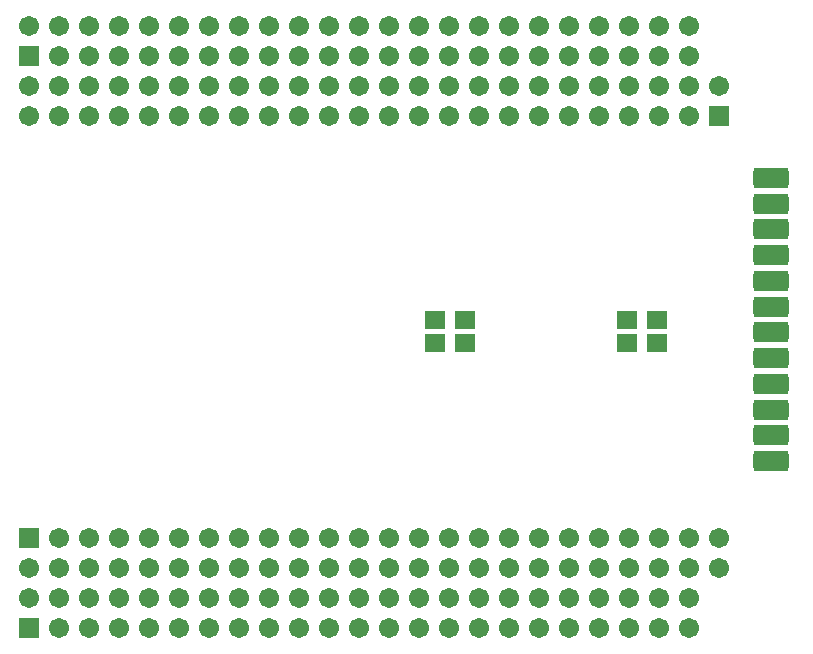
<source format=gbs>
G04*
G04 #@! TF.GenerationSoftware,Altium Limited,Altium Designer,19.1.8 (144)*
G04*
G04 Layer_Color=16711935*
%FSLAX44Y44*%
%MOMM*%
G71*
G01*
G75*
%ADD20R,1.7272X1.5240*%
%ADD24R,1.7032X1.7032*%
%ADD25C,1.7032*%
%ADD35R,2.9337X1.6637*%
G04:AMPARAMS|DCode=36|XSize=0.9652mm|YSize=1.7272mm|CornerRadius=0.2921mm|HoleSize=0mm|Usage=FLASHONLY|Rotation=180.000|XOffset=0mm|YOffset=0mm|HoleType=Round|Shape=RoundedRectangle|*
%AMROUNDEDRECTD36*
21,1,0.9652,1.1430,0,0,180.0*
21,1,0.3810,1.7272,0,0,180.0*
1,1,0.5842,-0.1905,0.5715*
1,1,0.5842,0.1905,0.5715*
1,1,0.5842,0.1905,-0.5715*
1,1,0.5842,-0.1905,-0.5715*
%
%ADD36ROUNDEDRECTD36*%
D20*
X211243Y-3150D02*
D03*
Y16002D02*
D03*
X236220Y-3150D02*
D03*
Y16002D02*
D03*
X48514D02*
D03*
Y-3150D02*
D03*
X73491Y16002D02*
D03*
Y-3150D02*
D03*
D24*
X-295000Y-168800D02*
D03*
X289200Y189200D02*
D03*
X-295000Y240000D02*
D03*
Y-245000D02*
D03*
D25*
Y-194200D02*
D03*
X-269600Y-168800D02*
D03*
Y-194200D02*
D03*
X-244200Y-168800D02*
D03*
Y-194200D02*
D03*
X-218800Y-168800D02*
D03*
Y-194200D02*
D03*
X-193400Y-168800D02*
D03*
Y-194200D02*
D03*
X-168000Y-168800D02*
D03*
Y-194200D02*
D03*
X-142600Y-168800D02*
D03*
Y-194200D02*
D03*
X-117200Y-168800D02*
D03*
Y-194200D02*
D03*
X-91800Y-168800D02*
D03*
Y-194200D02*
D03*
X-66400Y-168800D02*
D03*
Y-194200D02*
D03*
X-41000Y-168800D02*
D03*
Y-194200D02*
D03*
X-15600Y-168800D02*
D03*
Y-194200D02*
D03*
X9800Y-168800D02*
D03*
Y-194200D02*
D03*
X35200Y-168800D02*
D03*
Y-194200D02*
D03*
X60600Y-168800D02*
D03*
Y-194200D02*
D03*
X86000Y-168800D02*
D03*
Y-194200D02*
D03*
X111400Y-168800D02*
D03*
Y-194200D02*
D03*
X136800Y-168800D02*
D03*
Y-194200D02*
D03*
X162200Y-168800D02*
D03*
Y-194200D02*
D03*
X187600Y-168800D02*
D03*
Y-194200D02*
D03*
X213000Y-168800D02*
D03*
Y-194200D02*
D03*
X238400Y-168800D02*
D03*
Y-194200D02*
D03*
X263800Y-168800D02*
D03*
Y-194200D02*
D03*
X289200Y-168800D02*
D03*
Y-194200D02*
D03*
Y214600D02*
D03*
X263800Y189200D02*
D03*
Y214600D02*
D03*
X238400Y189200D02*
D03*
Y214600D02*
D03*
X213000Y189200D02*
D03*
Y214600D02*
D03*
X187600Y189200D02*
D03*
Y214600D02*
D03*
X162200Y189200D02*
D03*
Y214600D02*
D03*
X136800Y189200D02*
D03*
Y214600D02*
D03*
X111400Y189200D02*
D03*
Y214600D02*
D03*
X86000Y189200D02*
D03*
Y214600D02*
D03*
X60600Y189200D02*
D03*
Y214600D02*
D03*
X35200Y189200D02*
D03*
Y214600D02*
D03*
X9800Y189200D02*
D03*
Y214600D02*
D03*
X-15600Y189200D02*
D03*
Y214600D02*
D03*
X-41000Y189200D02*
D03*
Y214600D02*
D03*
X-66400Y189200D02*
D03*
Y214600D02*
D03*
X-91800Y189200D02*
D03*
Y214600D02*
D03*
X-117200Y189200D02*
D03*
Y214600D02*
D03*
X-142600Y189200D02*
D03*
Y214600D02*
D03*
X-168000Y189200D02*
D03*
Y214600D02*
D03*
X-193400Y189200D02*
D03*
Y214600D02*
D03*
X-218800Y189200D02*
D03*
Y214600D02*
D03*
X-244200Y189200D02*
D03*
Y214600D02*
D03*
X-269600Y189200D02*
D03*
Y214600D02*
D03*
X-295000Y189200D02*
D03*
Y214600D02*
D03*
X213000Y240000D02*
D03*
X263800Y265400D02*
D03*
Y240000D02*
D03*
X238400Y265400D02*
D03*
Y240000D02*
D03*
X213000Y265400D02*
D03*
X-193400D02*
D03*
Y240000D02*
D03*
X-218800Y265400D02*
D03*
Y240000D02*
D03*
X-244200Y265400D02*
D03*
Y240000D02*
D03*
X-269600Y265400D02*
D03*
Y240000D02*
D03*
X-295000Y265400D02*
D03*
X-168000D02*
D03*
X-142600Y240000D02*
D03*
Y265400D02*
D03*
X-117200Y240000D02*
D03*
Y265400D02*
D03*
X-91800Y240000D02*
D03*
Y265400D02*
D03*
X-66400Y240000D02*
D03*
Y265400D02*
D03*
X-41000D02*
D03*
X-15600Y240000D02*
D03*
Y265400D02*
D03*
X9800Y240000D02*
D03*
Y265400D02*
D03*
X35200Y240000D02*
D03*
Y265400D02*
D03*
X60600Y240000D02*
D03*
Y265400D02*
D03*
X86000D02*
D03*
X111400Y240000D02*
D03*
Y265400D02*
D03*
X136800Y240000D02*
D03*
Y265400D02*
D03*
X162200Y240000D02*
D03*
Y265400D02*
D03*
X187600Y240000D02*
D03*
Y265400D02*
D03*
X-168000Y240000D02*
D03*
X-41000D02*
D03*
X86000D02*
D03*
X213000Y-245000D02*
D03*
X263800Y-219600D02*
D03*
Y-245000D02*
D03*
X238400Y-219600D02*
D03*
Y-245000D02*
D03*
X213000Y-219600D02*
D03*
X-193400D02*
D03*
Y-245000D02*
D03*
X-218800Y-219600D02*
D03*
Y-245000D02*
D03*
X-244200Y-219600D02*
D03*
Y-245000D02*
D03*
X-269600Y-219600D02*
D03*
Y-245000D02*
D03*
X-295000Y-219600D02*
D03*
X-168000D02*
D03*
X-142600Y-245000D02*
D03*
Y-219600D02*
D03*
X-117200Y-245000D02*
D03*
Y-219600D02*
D03*
X-91800Y-245000D02*
D03*
Y-219600D02*
D03*
X-66400Y-245000D02*
D03*
Y-219600D02*
D03*
X-41000D02*
D03*
X-15600Y-245000D02*
D03*
Y-219600D02*
D03*
X9800Y-245000D02*
D03*
Y-219600D02*
D03*
X35200Y-245000D02*
D03*
Y-219600D02*
D03*
X60600Y-245000D02*
D03*
Y-219600D02*
D03*
X86000D02*
D03*
X111400Y-245000D02*
D03*
Y-219600D02*
D03*
X136800Y-245000D02*
D03*
Y-219600D02*
D03*
X162200Y-245000D02*
D03*
Y-219600D02*
D03*
X187600Y-245000D02*
D03*
Y-219600D02*
D03*
X-168000Y-245000D02*
D03*
X-41000D02*
D03*
X86000D02*
D03*
D35*
X333185Y92866D02*
D03*
Y114663D02*
D03*
Y136461D02*
D03*
Y27472D02*
D03*
Y49270D02*
D03*
Y71068D02*
D03*
Y-37921D02*
D03*
Y-16123D02*
D03*
Y5674D02*
D03*
Y-103315D02*
D03*
Y-81517D02*
D03*
Y-59719D02*
D03*
D36*
X343408Y92802D02*
D03*
X323088D02*
D03*
X343408Y114600D02*
D03*
X323088D02*
D03*
X343408Y136398D02*
D03*
X323088D02*
D03*
X343408Y27409D02*
D03*
X323088D02*
D03*
X343408Y49207D02*
D03*
X323088D02*
D03*
X343408Y71004D02*
D03*
X323088D02*
D03*
X343408Y-37985D02*
D03*
X323088D02*
D03*
X343408Y-16187D02*
D03*
X323088D02*
D03*
X343408Y5611D02*
D03*
X323088D02*
D03*
X343408Y-103378D02*
D03*
X323088D02*
D03*
X343408Y-81580D02*
D03*
X323088D02*
D03*
X343408Y-59782D02*
D03*
X323088D02*
D03*
M02*

</source>
